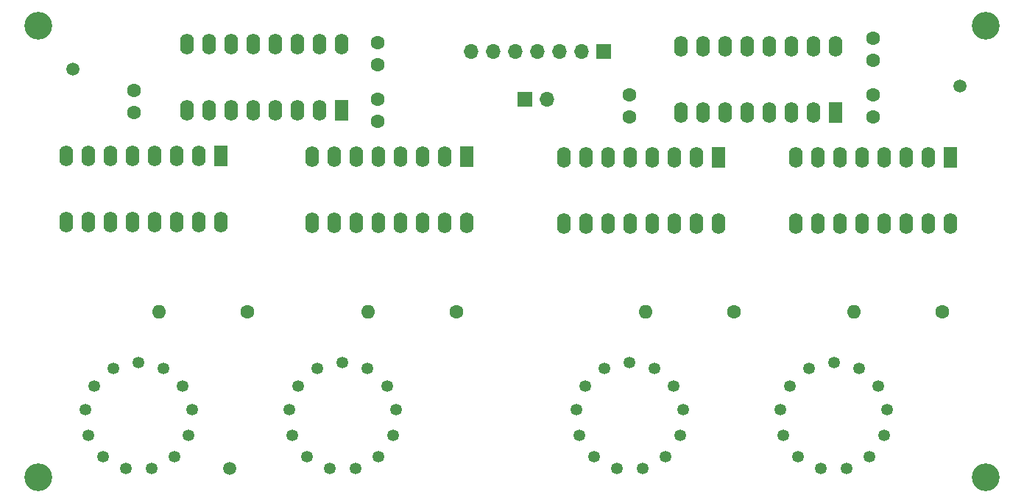
<source format=gbr>
%TF.GenerationSoftware,KiCad,Pcbnew,8.0.4*%
%TF.CreationDate,2024-07-28T18:14:58+03:00*%
%TF.ProjectId,nixie_clock,6e697869-655f-4636-9c6f-636b2e6b6963,rev?*%
%TF.SameCoordinates,Original*%
%TF.FileFunction,Soldermask,Bot*%
%TF.FilePolarity,Negative*%
%FSLAX46Y46*%
G04 Gerber Fmt 4.6, Leading zero omitted, Abs format (unit mm)*
G04 Created by KiCad (PCBNEW 8.0.4) date 2024-07-28 18:14:58*
%MOMM*%
%LPD*%
G01*
G04 APERTURE LIST*
%ADD10C,1.500000*%
%ADD11R,1.600000X2.400000*%
%ADD12O,1.600000X2.400000*%
%ADD13R,1.700000X1.700000*%
%ADD14O,1.700000X1.700000*%
%ADD15C,1.600000*%
%ADD16C,3.200000*%
%ADD17C,1.346200*%
%ADD18O,1.600000X1.600000*%
G04 APERTURE END LIST*
D10*
%TO.C,FID6*%
X132000000Y-124000000D03*
%TD*%
%TO.C,FID5*%
X48000000Y-168000000D03*
%TD*%
%TO.C,FID4*%
X30000000Y-122000000D03*
%TD*%
D11*
%TO.C,U4*%
X60900000Y-126800000D03*
D12*
X58360000Y-126800000D03*
X55820000Y-126800000D03*
X53280000Y-126800000D03*
X50740000Y-126800000D03*
X48200000Y-126800000D03*
X45660000Y-126800000D03*
X43120000Y-126800000D03*
X43120000Y-119180000D03*
X45660000Y-119180000D03*
X48200000Y-119180000D03*
X50740000Y-119180000D03*
X53280000Y-119180000D03*
X55820000Y-119180000D03*
X58360000Y-119180000D03*
X60900000Y-119180000D03*
%TD*%
D11*
%TO.C,U3*%
X117700000Y-127000000D03*
D12*
X115160000Y-127000000D03*
X112620000Y-127000000D03*
X110080000Y-127000000D03*
X107540000Y-127000000D03*
X105000000Y-127000000D03*
X102460000Y-127000000D03*
X99920000Y-127000000D03*
X99920000Y-119380000D03*
X102460000Y-119380000D03*
X105000000Y-119380000D03*
X107540000Y-119380000D03*
X110080000Y-119380000D03*
X112620000Y-119380000D03*
X115160000Y-119380000D03*
X117700000Y-119380000D03*
%TD*%
D13*
%TO.C,J1*%
X91000000Y-120000000D03*
D14*
X88460000Y-120000000D03*
X85920000Y-120000000D03*
X83380000Y-120000000D03*
X80840000Y-120000000D03*
X78300000Y-120000000D03*
X75760000Y-120000000D03*
%TD*%
D15*
%TO.C,C2*%
X65000000Y-121500000D03*
X65000000Y-119000000D03*
%TD*%
%TO.C,C1*%
X122000000Y-121000000D03*
X122000000Y-118500000D03*
%TD*%
D16*
%TO.C,H4*%
X26000000Y-117000000D03*
%TD*%
%TO.C,H3*%
X135000000Y-117000000D03*
%TD*%
%TO.C,H2*%
X135000000Y-169000000D03*
%TD*%
%TO.C,H1*%
X26000000Y-169000000D03*
%TD*%
D17*
%TO.C,N3*%
X66092700Y-158484640D03*
X55907300Y-158484640D03*
X54855740Y-161255780D03*
X55213880Y-164194560D03*
X56895360Y-166632960D03*
X59519180Y-168009640D03*
X62480820Y-168009640D03*
X65104640Y-166632960D03*
X66786120Y-164194560D03*
X67144260Y-161255780D03*
X61000000Y-155812560D03*
X58124720Y-156521220D03*
X63875280Y-156521220D03*
%TD*%
%TO.C,N4*%
X40394460Y-156521220D03*
X34643900Y-156521220D03*
X37519180Y-155812560D03*
X43663440Y-161255780D03*
X43305300Y-164194560D03*
X41623820Y-166632960D03*
X39000000Y-168009640D03*
X36038360Y-168009640D03*
X33414540Y-166632960D03*
X31733060Y-164194560D03*
X31374920Y-161255780D03*
X32426480Y-158484640D03*
X42611880Y-158484640D03*
%TD*%
D11*
%TO.C,U8*%
X47000000Y-132000000D03*
D12*
X44460000Y-132000000D03*
X41920000Y-132000000D03*
X39380000Y-132000000D03*
X36840000Y-132000000D03*
X34300000Y-132000000D03*
X31760000Y-132000000D03*
X29220000Y-132000000D03*
X29220000Y-139620000D03*
X31760000Y-139620000D03*
X34300000Y-139620000D03*
X36840000Y-139620000D03*
X39380000Y-139620000D03*
X41920000Y-139620000D03*
X44460000Y-139620000D03*
X47000000Y-139620000D03*
%TD*%
D11*
%TO.C,U6*%
X104240000Y-132180000D03*
D12*
X101700000Y-132180000D03*
X99160000Y-132180000D03*
X96620000Y-132180000D03*
X94080000Y-132180000D03*
X91540000Y-132180000D03*
X89000000Y-132180000D03*
X86460000Y-132180000D03*
X86460000Y-139800000D03*
X89000000Y-139800000D03*
X91540000Y-139800000D03*
X94080000Y-139800000D03*
X96620000Y-139800000D03*
X99160000Y-139800000D03*
X101700000Y-139800000D03*
X104240000Y-139800000D03*
%TD*%
D11*
%TO.C,U5*%
X130900000Y-132200000D03*
D12*
X128360000Y-132200000D03*
X125820000Y-132200000D03*
X123280000Y-132200000D03*
X120740000Y-132200000D03*
X118200000Y-132200000D03*
X115660000Y-132200000D03*
X113120000Y-132200000D03*
X113120000Y-139820000D03*
X115660000Y-139820000D03*
X118200000Y-139820000D03*
X120740000Y-139820000D03*
X123280000Y-139820000D03*
X125820000Y-139820000D03*
X128360000Y-139820000D03*
X130900000Y-139820000D03*
%TD*%
D18*
%TO.C,R4*%
X39920000Y-150000000D03*
D15*
X50080000Y-150000000D03*
%TD*%
%TO.C,R2*%
X106000000Y-150000000D03*
D18*
X95840000Y-150000000D03*
%TD*%
D15*
%TO.C,R1*%
X130000000Y-150000000D03*
D18*
X119840000Y-150000000D03*
%TD*%
D17*
%TO.C,N2*%
X96875280Y-156521220D03*
X91124720Y-156521220D03*
X94000000Y-155812560D03*
X100144260Y-161255780D03*
X99786120Y-164194560D03*
X98104640Y-166632960D03*
X95480820Y-168009640D03*
X92519180Y-168009640D03*
X89895360Y-166632960D03*
X88213880Y-164194560D03*
X87855740Y-161255780D03*
X88907300Y-158484640D03*
X99092700Y-158484640D03*
%TD*%
%TO.C,N1*%
X120375280Y-156521220D03*
X114624720Y-156521220D03*
X117500000Y-155812560D03*
X123644260Y-161255780D03*
X123286120Y-164194560D03*
X121604640Y-166632960D03*
X118980820Y-168009640D03*
X116019180Y-168009640D03*
X113395360Y-166632960D03*
X111713880Y-164194560D03*
X111355740Y-161255780D03*
X112407300Y-158484640D03*
X122592700Y-158484640D03*
%TD*%
D15*
%TO.C,C6*%
X37000000Y-127000000D03*
X37000000Y-124500000D03*
%TD*%
%TO.C,C5*%
X65000000Y-128000000D03*
X65000000Y-125500000D03*
%TD*%
%TO.C,C4*%
X94000000Y-125000000D03*
X94000000Y-127500000D03*
%TD*%
%TO.C,C3*%
X122000000Y-125000000D03*
X122000000Y-127500000D03*
%TD*%
D14*
%TO.C,J2*%
X84540000Y-125460000D03*
D13*
X82000000Y-125460000D03*
%TD*%
D18*
%TO.C,R3*%
X63920000Y-150000000D03*
D15*
X74080000Y-150000000D03*
%TD*%
D11*
%TO.C,U7*%
X75240000Y-132100000D03*
D12*
X72700000Y-132100000D03*
X70160000Y-132100000D03*
X67620000Y-132100000D03*
X65080000Y-132100000D03*
X62540000Y-132100000D03*
X60000000Y-132100000D03*
X57460000Y-132100000D03*
X57460000Y-139720000D03*
X60000000Y-139720000D03*
X62540000Y-139720000D03*
X65080000Y-139720000D03*
X67620000Y-139720000D03*
X70160000Y-139720000D03*
X72700000Y-139720000D03*
X75240000Y-139720000D03*
%TD*%
M02*

</source>
